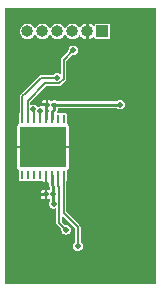
<source format=gbr>
%TF.GenerationSoftware,KiCad,Pcbnew,8.0.1*%
%TF.CreationDate,2024-04-16T09:43:10+08:00*%
%TF.ProjectId,tsa,7473612e-6b69-4636-9164-5f7063625858,rev?*%
%TF.SameCoordinates,Original*%
%TF.FileFunction,Copper,L2,Bot*%
%TF.FilePolarity,Positive*%
%FSLAX46Y46*%
G04 Gerber Fmt 4.6, Leading zero omitted, Abs format (unit mm)*
G04 Created by KiCad (PCBNEW 8.0.1) date 2024-04-16 09:43:10*
%MOMM*%
%LPD*%
G01*
G04 APERTURE LIST*
G04 Aperture macros list*
%AMRoundRect*
0 Rectangle with rounded corners*
0 $1 Rounding radius*
0 $2 $3 $4 $5 $6 $7 $8 $9 X,Y pos of 4 corners*
0 Add a 4 corners polygon primitive as box body*
4,1,4,$2,$3,$4,$5,$6,$7,$8,$9,$2,$3,0*
0 Add four circle primitives for the rounded corners*
1,1,$1+$1,$2,$3*
1,1,$1+$1,$4,$5*
1,1,$1+$1,$6,$7*
1,1,$1+$1,$8,$9*
0 Add four rect primitives between the rounded corners*
20,1,$1+$1,$2,$3,$4,$5,0*
20,1,$1+$1,$4,$5,$6,$7,0*
20,1,$1+$1,$6,$7,$8,$9,0*
20,1,$1+$1,$8,$9,$2,$3,0*%
G04 Aperture macros list end*
%TA.AperFunction,ComponentPad*%
%ADD10R,1.000000X1.000000*%
%TD*%
%TA.AperFunction,ComponentPad*%
%ADD11O,1.000000X1.000000*%
%TD*%
%TA.AperFunction,SMDPad,CuDef*%
%ADD12RoundRect,0.100000X0.130000X0.100000X-0.130000X0.100000X-0.130000X-0.100000X0.130000X-0.100000X0*%
%TD*%
%TA.AperFunction,SMDPad,CuDef*%
%ADD13R,0.250000X0.700000*%
%TD*%
%TA.AperFunction,SMDPad,CuDef*%
%ADD14R,4.000000X3.460000*%
%TD*%
%TA.AperFunction,ViaPad*%
%ADD15C,0.508000*%
%TD*%
%TA.AperFunction,Conductor*%
%ADD16C,0.254000*%
%TD*%
%TA.AperFunction,Conductor*%
%ADD17C,0.152400*%
%TD*%
G04 APERTURE END LIST*
D10*
%TO.P,J1,1,Pin_1*%
%TO.N,+5V*%
X16270000Y9800000D03*
D11*
%TO.P,J1,2,Pin_2*%
%TO.N,GND*%
X15000000Y9800000D03*
%TO.P,J1,3,Pin_3*%
%TO.N,/SPI_CS*%
X13730000Y9800000D03*
%TO.P,J1,4,Pin_4*%
%TO.N,/SPI_MOSI*%
X12460000Y9800000D03*
%TO.P,J1,5,Pin_5*%
%TO.N,/SPI_MISO*%
X11190000Y9800000D03*
%TO.P,J1,6,Pin_6*%
%TO.N,/SPI_SCK*%
X9920000Y9800000D03*
%TD*%
D12*
%TO.P,C1,1*%
%TO.N,+5V*%
X12120000Y-4000000D03*
%TO.P,C1,2*%
%TO.N,GND*%
X11480000Y-4000000D03*
%TD*%
%TO.P,C2,1*%
%TO.N,+5V*%
X12200000Y3600000D03*
%TO.P,C2,2*%
%TO.N,GND*%
X11560000Y3600000D03*
%TD*%
D13*
%TO.P,U1,1,SCL*%
%TO.N,/SCL*%
X12990000Y-2400000D03*
%TO.P,U1,2,SDA*%
%TO.N,/SDA*%
X12490000Y-2400000D03*
%TO.P,U1,3,VPA*%
%TO.N,+5V*%
X11990000Y-2400000D03*
%TO.P,U1,4,VNA*%
%TO.N,GND*%
X11490000Y-2400000D03*
%TO.P,U1,5,PB0*%
%TO.N,unconnected-(U1-PB0-Pad5)*%
X10990000Y-2400000D03*
%TO.P,U1,6,PB1*%
%TO.N,unconnected-(U1-PB1-Pad6)*%
X10490000Y-2400000D03*
%TO.P,U1,7,PB2*%
%TO.N,unconnected-(U1-PB2-Pad7)*%
X9990000Y-2400000D03*
%TO.P,U1,8,PB3*%
%TO.N,unconnected-(U1-PB3-Pad8)*%
X9490000Y-2400000D03*
%TO.P,U1,9,PA3*%
%TO.N,/SPI_MISO_1*%
X9490000Y2400000D03*
%TO.P,U1,10,PA2*%
%TO.N,/SPI_MOSI*%
X9990000Y2400000D03*
%TO.P,U1,11,PA1*%
%TO.N,/SPI_SCK*%
X10490000Y2400000D03*
%TO.P,U1,12,PA0*%
%TO.N,/SPI_CS*%
X10990000Y2400000D03*
%TO.P,U1,13,VND*%
%TO.N,GND*%
X11490000Y2400000D03*
%TO.P,U1,14,VPD*%
%TO.N,+5V*%
X11990000Y2400000D03*
%TO.P,U1,15,MTD*%
%TO.N,unconnected-(U1-MTD-Pad15)*%
X12490000Y2400000D03*
%TO.P,U1,16,MTC*%
%TO.N,unconnected-(U1-MTC-Pad16)*%
X12990000Y2400000D03*
D14*
%TO.P,U1,17,GND*%
%TO.N,GND*%
X11240000Y0D03*
%TD*%
D15*
%TO.N,+5V*%
X17800000Y3600000D03*
X12142800Y-4800000D03*
%TO.N,GND*%
X11870000Y-600000D03*
X20400000Y-8200000D03*
X20400000Y-200000D03*
X11235000Y670000D03*
X12505000Y-600000D03*
X12505000Y670000D03*
X11870000Y670000D03*
X15800000Y-11000000D03*
X10000000Y670000D03*
X12200000Y11200000D03*
X9600000Y11200000D03*
X20400000Y6200000D03*
X14600000Y6000000D03*
X17600000Y11200000D03*
X11235000Y-600000D03*
X10600000Y670000D03*
X11400000Y4400000D03*
X9965000Y-600000D03*
X13200000Y-11000000D03*
X18400000Y-11000000D03*
X14800000Y11200000D03*
X14600000Y7000000D03*
X10200000Y-11000000D03*
X10600000Y-600000D03*
%TO.N,/SPI_MOSI*%
X13800000Y8200000D03*
%TO.N,/SPI_CS*%
X11013696Y3037431D03*
%TO.N,/SPI_SCK*%
X10400000Y3200000D03*
%TO.N,/SPI_MISO_1*%
X12400000Y5857200D03*
%TO.N,/SDA*%
X13200000Y-7000000D03*
%TO.N,/SCL*%
X14200000Y-8400000D03*
%TD*%
D16*
%TO.N,+5V*%
X12120000Y-3320000D02*
X11990000Y-3190000D01*
X11990000Y2990000D02*
X11990000Y2400000D01*
X12120000Y-4000000D02*
X12120000Y-4777200D01*
X12200000Y3600000D02*
X12200000Y3200000D01*
X11990000Y-3190000D02*
X11990000Y-2400000D01*
X12200000Y3200000D02*
X11990000Y2990000D01*
X12120000Y-4777200D02*
X12142800Y-4800000D01*
X12200000Y3600000D02*
X17800000Y3600000D01*
X12120000Y-4000000D02*
X12120000Y-3320000D01*
%TO.N,GND*%
X11521696Y2431696D02*
X11521696Y3561696D01*
X11521696Y3561696D02*
X11560000Y3600000D01*
X11490000Y2400000D02*
X11521696Y2431696D01*
D17*
%TO.N,/SPI_MOSI*%
X12600000Y5400000D02*
X11400000Y5400000D01*
X13800000Y8200000D02*
X13000000Y7400000D01*
X13000000Y5800000D02*
X12600000Y5400000D01*
X9942800Y2447200D02*
X9990000Y2400000D01*
X13000000Y7400000D02*
X13000000Y5800000D01*
X9942800Y3942800D02*
X9942800Y2447200D01*
X11400000Y5400000D02*
X9942800Y3942800D01*
%TO.N,/SPI_CS*%
X10990000Y2400000D02*
X10990000Y3013735D01*
X10990000Y3013735D02*
X11013696Y3037431D01*
%TO.N,/SPI_SCK*%
X10490000Y2400000D02*
X10490000Y3110000D01*
X10490000Y3110000D02*
X10400000Y3200000D01*
%TO.N,/SPI_MISO_1*%
X11057200Y5857200D02*
X12400000Y5857200D01*
X9490000Y2400000D02*
X9490000Y4290000D01*
X9490000Y4290000D02*
X9800000Y4600000D01*
X9800000Y4600000D02*
X11057200Y5857200D01*
%TO.N,/SDA*%
X12600000Y-3400000D02*
X12600000Y-6400000D01*
X12490000Y-3290000D02*
X12600000Y-3400000D01*
X12490000Y-2400000D02*
X12490000Y-3290000D01*
X12600000Y-6400000D02*
X13200000Y-7000000D01*
%TO.N,/SCL*%
X14200000Y-7000000D02*
X14200000Y-8400000D01*
X14200000Y-6800000D02*
X14200000Y-7000000D01*
X12990000Y-5590000D02*
X14200000Y-6800000D01*
X12990000Y-2400000D02*
X12990000Y-5590000D01*
%TD*%
%TA.AperFunction,Conductor*%
%TO.N,GND*%
G36*
X20773138Y11782407D02*
G01*
X20798858Y11737858D01*
X20800000Y11724800D01*
X20800000Y-11524800D01*
X20782407Y-11573138D01*
X20737858Y-11598858D01*
X20724800Y-11600000D01*
X8075200Y-11600000D01*
X8026862Y-11582407D01*
X8001142Y-11537858D01*
X8000000Y-11524800D01*
X8000000Y-4101600D01*
X11046800Y-4101600D01*
X11046800Y-4145267D01*
X11049740Y-4170618D01*
X11095528Y-4274317D01*
X11095530Y-4274320D01*
X11175679Y-4354469D01*
X11175682Y-4354471D01*
X11279381Y-4400259D01*
X11304732Y-4403200D01*
X11378400Y-4403200D01*
X11378400Y-4101600D01*
X11046800Y-4101600D01*
X8000000Y-4101600D01*
X8000000Y-3898400D01*
X11046800Y-3898400D01*
X11378400Y-3898400D01*
X11378400Y-3596800D01*
X11304732Y-3596800D01*
X11279381Y-3599740D01*
X11175682Y-3645528D01*
X11175679Y-3645530D01*
X11095530Y-3725679D01*
X11095528Y-3725682D01*
X11049740Y-3829381D01*
X11046800Y-3854732D01*
X11046800Y-3898400D01*
X8000000Y-3898400D01*
X8000000Y-101600D01*
X9036800Y-101600D01*
X9036800Y-1750014D01*
X9048589Y-1809283D01*
X9048590Y-1809284D01*
X9093501Y-1876498D01*
X9160715Y-1921409D01*
X9167558Y-1924244D01*
X9166769Y-1926146D01*
X9202086Y-1947574D01*
X9218624Y-1996282D01*
X9217197Y-2009318D01*
X9212100Y-2034941D01*
X9212100Y-2765055D01*
X9212101Y-2765057D01*
X9220972Y-2809659D01*
X9254764Y-2860232D01*
X9254765Y-2860232D01*
X9254766Y-2860234D01*
X9305342Y-2894028D01*
X9349943Y-2902900D01*
X9630056Y-2902899D01*
X9674658Y-2894028D01*
X9685564Y-2886740D01*
X9698221Y-2878284D01*
X9748186Y-2866057D01*
X9781779Y-2878284D01*
X9805338Y-2894026D01*
X9805340Y-2894027D01*
X9805342Y-2894028D01*
X9849943Y-2902900D01*
X10130056Y-2902899D01*
X10174658Y-2894028D01*
X10185564Y-2886740D01*
X10198221Y-2878284D01*
X10248186Y-2866057D01*
X10281779Y-2878284D01*
X10305338Y-2894026D01*
X10305340Y-2894027D01*
X10305342Y-2894028D01*
X10349943Y-2902900D01*
X10630056Y-2902899D01*
X10674658Y-2894028D01*
X10685564Y-2886740D01*
X10698221Y-2878284D01*
X10748186Y-2866057D01*
X10781779Y-2878284D01*
X10805338Y-2894026D01*
X10805340Y-2894027D01*
X10805342Y-2894028D01*
X10849943Y-2902900D01*
X11130056Y-2902899D01*
X11174658Y-2894028D01*
X11174658Y-2894027D01*
X11175043Y-2893951D01*
X11225884Y-2901776D01*
X11231492Y-2905179D01*
X11285715Y-2941409D01*
X11285716Y-2941410D01*
X11344985Y-2953200D01*
X11388400Y-2953200D01*
X11388400Y-2373600D01*
X11405993Y-2325262D01*
X11450542Y-2299542D01*
X11463600Y-2298400D01*
X11516400Y-2298400D01*
X11564738Y-2315993D01*
X11590458Y-2360542D01*
X11591600Y-2373600D01*
X11591600Y-2953200D01*
X11634900Y-2953200D01*
X11683238Y-2970793D01*
X11708958Y-3015342D01*
X11710100Y-3028400D01*
X11710100Y-3153150D01*
X11710100Y-3226850D01*
X11712794Y-3236904D01*
X11729175Y-3298038D01*
X11758236Y-3348373D01*
X11766024Y-3361862D01*
X11818074Y-3413912D01*
X11839814Y-3460531D01*
X11840100Y-3467086D01*
X11840100Y-3554749D01*
X11822507Y-3603087D01*
X11777958Y-3628807D01*
X11734526Y-3623542D01*
X11680620Y-3599741D01*
X11655268Y-3596800D01*
X11581600Y-3596800D01*
X11581600Y-4403200D01*
X11655268Y-4403200D01*
X11680620Y-4400258D01*
X11680622Y-4400258D01*
X11734525Y-4376458D01*
X11785850Y-4373027D01*
X11827373Y-4403391D01*
X11840100Y-4445250D01*
X11840100Y-4496108D01*
X11822507Y-4544446D01*
X11818074Y-4549282D01*
X11809508Y-4557847D01*
X11750991Y-4672692D01*
X11730828Y-4799999D01*
X11730828Y-4800000D01*
X11750991Y-4927307D01*
X11809508Y-5042152D01*
X11900647Y-5133291D01*
X11900649Y-5133292D01*
X12015492Y-5191808D01*
X12015494Y-5191809D01*
X12113287Y-5207297D01*
X12142799Y-5211972D01*
X12142800Y-5211972D01*
X12142801Y-5211972D01*
X12174626Y-5206931D01*
X12270106Y-5191809D01*
X12270111Y-5191806D01*
X12272458Y-5191044D01*
X12274487Y-5191114D01*
X12275951Y-5190883D01*
X12275996Y-5191167D01*
X12323866Y-5192836D01*
X12362096Y-5227254D01*
X12370900Y-5262562D01*
X12370900Y-6445570D01*
X12405777Y-6529774D01*
X12405778Y-6529775D01*
X12772962Y-6896959D01*
X12794702Y-6943579D01*
X12794062Y-6961895D01*
X12788028Y-6999996D01*
X12788028Y-7000000D01*
X12808191Y-7127307D01*
X12866708Y-7242152D01*
X12957847Y-7333291D01*
X12957849Y-7333292D01*
X13072692Y-7391808D01*
X13072694Y-7391809D01*
X13170487Y-7407297D01*
X13199999Y-7411972D01*
X13200000Y-7411972D01*
X13200001Y-7411972D01*
X13220164Y-7408778D01*
X13327306Y-7391809D01*
X13442151Y-7333292D01*
X13533292Y-7242151D01*
X13591809Y-7127306D01*
X13611972Y-7000000D01*
X13611971Y-6999996D01*
X13603036Y-6943579D01*
X13591809Y-6872694D01*
X13533292Y-6757849D01*
X13533291Y-6757847D01*
X13442152Y-6666708D01*
X13327306Y-6608191D01*
X13327308Y-6608191D01*
X13200001Y-6588028D01*
X13199997Y-6588028D01*
X13161895Y-6594062D01*
X13111401Y-6584246D01*
X13096959Y-6572962D01*
X12851126Y-6327129D01*
X12829386Y-6280509D01*
X12829100Y-6273955D01*
X12829100Y-5934644D01*
X12846693Y-5886306D01*
X12891242Y-5860586D01*
X12941900Y-5869519D01*
X12957474Y-5881470D01*
X13948874Y-6872870D01*
X13970614Y-6919490D01*
X13970900Y-6926044D01*
X13970900Y-8022508D01*
X13953307Y-8070846D01*
X13948874Y-8075682D01*
X13866708Y-8157847D01*
X13808191Y-8272692D01*
X13788028Y-8399999D01*
X13788028Y-8400000D01*
X13808191Y-8527307D01*
X13866708Y-8642152D01*
X13957847Y-8733291D01*
X13957849Y-8733292D01*
X14072692Y-8791808D01*
X14072694Y-8791809D01*
X14170487Y-8807297D01*
X14199999Y-8811972D01*
X14200000Y-8811972D01*
X14200001Y-8811972D01*
X14220164Y-8808778D01*
X14327306Y-8791809D01*
X14442151Y-8733292D01*
X14533292Y-8642151D01*
X14591809Y-8527306D01*
X14611972Y-8400000D01*
X14591809Y-8272694D01*
X14533292Y-8157849D01*
X14533291Y-8157847D01*
X14451126Y-8075682D01*
X14429386Y-8029062D01*
X14429100Y-8022508D01*
X14429100Y-6754430D01*
X14429100Y-6754429D01*
X14394221Y-6670225D01*
X14329775Y-6605779D01*
X13241126Y-5517129D01*
X13219386Y-5470509D01*
X13219100Y-5463955D01*
X13219100Y-2892225D01*
X13231773Y-2850447D01*
X13259028Y-2809658D01*
X13267900Y-2765057D01*
X13267899Y-2034944D01*
X13262802Y-2009317D01*
X13270628Y-1958476D01*
X13309303Y-1924560D01*
X13317321Y-1922222D01*
X13319284Y-1921409D01*
X13386498Y-1876498D01*
X13431409Y-1809284D01*
X13431410Y-1809283D01*
X13443200Y-1750014D01*
X13443200Y-101600D01*
X9036800Y-101600D01*
X8000000Y-101600D01*
X8000000Y101600D01*
X9036800Y101600D01*
X13443200Y101600D01*
X13443200Y1750014D01*
X13431410Y1809283D01*
X13431409Y1809284D01*
X13386498Y1876498D01*
X13319284Y1921409D01*
X13312442Y1924244D01*
X13313229Y1926146D01*
X13277915Y1947571D01*
X13261375Y1996279D01*
X13262803Y2009321D01*
X13267899Y2034939D01*
X13267900Y2034943D01*
X13267899Y2765056D01*
X13259028Y2809658D01*
X13225234Y2860234D01*
X13174658Y2894028D01*
X13130057Y2902900D01*
X12849944Y2902899D01*
X12805342Y2894028D01*
X12805340Y2894027D01*
X12781777Y2878283D01*
X12731812Y2866057D01*
X12698222Y2878283D01*
X12674658Y2894028D01*
X12630057Y2902900D01*
X12480284Y2902899D01*
X12431949Y2920492D01*
X12406229Y2965040D01*
X12415161Y3015699D01*
X12421434Y3023874D01*
X12420975Y3024227D01*
X12423972Y3028134D01*
X12423976Y3028138D01*
X12460825Y3091963D01*
X12479900Y3163150D01*
X12479900Y3236850D01*
X12479900Y3244900D01*
X12497493Y3293238D01*
X12542042Y3318958D01*
X12555100Y3320100D01*
X17473309Y3320100D01*
X17521647Y3302507D01*
X17526472Y3298084D01*
X17542166Y3282390D01*
X17557849Y3266707D01*
X17672693Y3208191D01*
X17672691Y3208191D01*
X17799999Y3188028D01*
X17800000Y3188028D01*
X17800001Y3188028D01*
X17927307Y3208191D01*
X18042152Y3266708D01*
X18133291Y3357847D01*
X18191808Y3472692D01*
X18191809Y3472694D01*
X18211972Y3600000D01*
X18191809Y3727306D01*
X18133292Y3842151D01*
X18042151Y3933292D01*
X17927306Y3991809D01*
X17823958Y4008177D01*
X17800001Y4011972D01*
X17799999Y4011972D01*
X17776041Y4008177D01*
X17672694Y3991809D01*
X17672692Y3991808D01*
X17596330Y3952899D01*
X17557849Y3933292D01*
X17526482Y3901925D01*
X17479864Y3880186D01*
X17473309Y3879900D01*
X12538782Y3879900D01*
X12497003Y3892573D01*
X12483005Y3901926D01*
X12428677Y3938227D01*
X12354911Y3952900D01*
X12045090Y3952899D01*
X12045088Y3952899D01*
X12045087Y3952898D01*
X11971323Y3938227D01*
X11971321Y3938226D01*
X11971320Y3938226D01*
X11968230Y3936161D01*
X11918265Y3923933D01*
X11873272Y3945515D01*
X11864316Y3954472D01*
X11760618Y4000259D01*
X11735268Y4003200D01*
X11661600Y4003200D01*
X11661600Y3196799D01*
X11663866Y3194532D01*
X11705974Y3179207D01*
X11731694Y3134658D01*
X11730274Y3102136D01*
X11729176Y3098039D01*
X11729175Y3098037D01*
X11710100Y3026850D01*
X11710098Y3026841D01*
X11709456Y3021962D01*
X11707834Y3022175D01*
X11692507Y2980062D01*
X11647958Y2954342D01*
X11634900Y2953200D01*
X11591600Y2953200D01*
X11591600Y2373600D01*
X11574007Y2325262D01*
X11529458Y2299542D01*
X11516400Y2298400D01*
X11463600Y2298400D01*
X11415262Y2315993D01*
X11389542Y2360542D01*
X11388400Y2373600D01*
X11388400Y2858499D01*
X11396595Y2892637D01*
X11405503Y2910121D01*
X11405505Y2910125D01*
X11425668Y3037431D01*
X11414200Y3109836D01*
X11424015Y3160331D01*
X11438825Y3172323D01*
X11436375Y3174774D01*
X11458400Y3196799D01*
X11458400Y3498400D01*
X11126799Y3498400D01*
X11114706Y3486307D01*
X11109207Y3471198D01*
X11064658Y3445478D01*
X11039841Y3445262D01*
X11013696Y3449403D01*
X10886390Y3429240D01*
X10886388Y3429239D01*
X10886387Y3429239D01*
X10886386Y3429239D01*
X10837073Y3404112D01*
X10786016Y3397842D01*
X10742875Y3425858D01*
X10735929Y3436974D01*
X10733292Y3442151D01*
X10642151Y3533292D01*
X10527306Y3591809D01*
X10423958Y3608177D01*
X10400001Y3611972D01*
X10399999Y3611972D01*
X10357564Y3605251D01*
X10272694Y3591809D01*
X10272690Y3591807D01*
X10270342Y3591044D01*
X10268312Y3591114D01*
X10266849Y3590883D01*
X10266803Y3591167D01*
X10218934Y3592836D01*
X10180704Y3627254D01*
X10171900Y3662562D01*
X10171900Y3701600D01*
X11126800Y3701600D01*
X11458400Y3701600D01*
X11458400Y4003200D01*
X11384732Y4003200D01*
X11359381Y4000259D01*
X11255682Y3954471D01*
X11255679Y3954469D01*
X11175530Y3874320D01*
X11175528Y3874317D01*
X11129740Y3770618D01*
X11126800Y3745267D01*
X11126800Y3701600D01*
X10171900Y3701600D01*
X10171900Y3816755D01*
X10189493Y3865093D01*
X10193926Y3869929D01*
X11472871Y5148874D01*
X11519491Y5170614D01*
X11526045Y5170900D01*
X12645573Y5170900D01*
X12670232Y5181114D01*
X12670233Y5181115D01*
X12729775Y5205778D01*
X12729777Y5205779D01*
X13194219Y5670222D01*
X13194219Y5670223D01*
X13194221Y5670225D01*
X13217914Y5727425D01*
X13229100Y5754429D01*
X13229100Y7273955D01*
X13246693Y7322293D01*
X13251126Y7327129D01*
X13696958Y7772962D01*
X13743578Y7794702D01*
X13761894Y7794062D01*
X13799997Y7788028D01*
X13800000Y7788028D01*
X13800001Y7788028D01*
X13927307Y7808191D01*
X14042152Y7866708D01*
X14133291Y7957847D01*
X14191808Y8072692D01*
X14191809Y8072694D01*
X14208177Y8176041D01*
X14211972Y8199999D01*
X14211972Y8200000D01*
X14193665Y8315585D01*
X14191809Y8327306D01*
X14133292Y8442151D01*
X14042151Y8533292D01*
X13927306Y8591809D01*
X13823958Y8608177D01*
X13800001Y8611972D01*
X13799999Y8611972D01*
X13776041Y8608177D01*
X13672694Y8591809D01*
X13672692Y8591808D01*
X13557847Y8533291D01*
X13466708Y8442152D01*
X13408191Y8327307D01*
X13388028Y8200000D01*
X13388028Y8199996D01*
X13394062Y8161894D01*
X13384246Y8111400D01*
X13372965Y8096961D01*
X12805778Y7529775D01*
X12781115Y7470233D01*
X12781115Y7470232D01*
X12781114Y7470232D01*
X12770900Y7445573D01*
X12770900Y6243292D01*
X12753307Y6194954D01*
X12708758Y6169234D01*
X12658100Y6178167D01*
X12642526Y6190118D01*
X12642152Y6190491D01*
X12642151Y6190492D01*
X12527306Y6249009D01*
X12423958Y6265377D01*
X12400001Y6269172D01*
X12399999Y6269172D01*
X12376041Y6265377D01*
X12272694Y6249009D01*
X12272692Y6249008D01*
X12157847Y6190491D01*
X12075682Y6108326D01*
X12029062Y6086586D01*
X12022508Y6086300D01*
X11011628Y6086300D01*
X11002092Y6082349D01*
X10986966Y6076084D01*
X10927423Y6051421D01*
X9670225Y4794222D01*
X9295778Y4419776D01*
X9275534Y4370901D01*
X9260900Y4335571D01*
X9260900Y2892225D01*
X9248226Y2850447D01*
X9240000Y2838135D01*
X9220972Y2809658D01*
X9220971Y2809656D01*
X9212100Y2765057D01*
X9212100Y2034944D01*
X9217198Y2009314D01*
X9209370Y1958474D01*
X9170694Y1924559D01*
X9162680Y1922223D01*
X9160715Y1921409D01*
X9093501Y1876498D01*
X9048590Y1809284D01*
X9048589Y1809283D01*
X9036800Y1750014D01*
X9036800Y101600D01*
X8000000Y101600D01*
X8000000Y9800000D01*
X9262305Y9800000D01*
X9281416Y9642600D01*
X9337637Y9494358D01*
X9337640Y9494353D01*
X9427707Y9363868D01*
X9427716Y9363859D01*
X9546383Y9258730D01*
X9546386Y9258728D01*
X9686777Y9185044D01*
X9738093Y9172396D01*
X9840724Y9147100D01*
X9840726Y9147100D01*
X9999274Y9147100D01*
X9999276Y9147100D01*
X10153222Y9185044D01*
X10293613Y9258728D01*
X10293616Y9258730D01*
X10412283Y9363859D01*
X10412292Y9363868D01*
X10488208Y9473852D01*
X10493112Y9480956D01*
X10535050Y9510742D01*
X10586323Y9506603D01*
X10616888Y9480956D01*
X10697707Y9363868D01*
X10697716Y9363859D01*
X10816383Y9258730D01*
X10816386Y9258728D01*
X10956777Y9185044D01*
X11008093Y9172396D01*
X11110724Y9147100D01*
X11110726Y9147100D01*
X11269274Y9147100D01*
X11269276Y9147100D01*
X11423222Y9185044D01*
X11563613Y9258728D01*
X11563616Y9258730D01*
X11682283Y9363859D01*
X11682292Y9363868D01*
X11758208Y9473852D01*
X11763112Y9480956D01*
X11805050Y9510742D01*
X11856323Y9506603D01*
X11886888Y9480956D01*
X11967707Y9363868D01*
X11967716Y9363859D01*
X12086383Y9258730D01*
X12086386Y9258728D01*
X12226777Y9185044D01*
X12278093Y9172396D01*
X12380724Y9147100D01*
X12380726Y9147100D01*
X12539274Y9147100D01*
X12539276Y9147100D01*
X12693222Y9185044D01*
X12833613Y9258728D01*
X12833616Y9258730D01*
X12952283Y9363859D01*
X12952292Y9363868D01*
X13028208Y9473852D01*
X13033112Y9480956D01*
X13075050Y9510742D01*
X13126323Y9506603D01*
X13156888Y9480956D01*
X13237707Y9363868D01*
X13237716Y9363859D01*
X13356383Y9258730D01*
X13356386Y9258728D01*
X13496777Y9185044D01*
X13548093Y9172396D01*
X13650724Y9147100D01*
X13650726Y9147100D01*
X13809274Y9147100D01*
X13809276Y9147100D01*
X13963222Y9185044D01*
X14103613Y9258728D01*
X14103616Y9258730D01*
X14222283Y9363859D01*
X14222286Y9363863D01*
X14222292Y9363868D01*
X14272552Y9436682D01*
X14314488Y9466468D01*
X14365761Y9462329D01*
X14396327Y9436682D01*
X14469780Y9330268D01*
X14469789Y9330258D01*
X14597599Y9217029D01*
X14597605Y9217025D01*
X14748806Y9137668D01*
X14898399Y9100796D01*
X14898400Y9100797D01*
X14898400Y9464877D01*
X14953922Y9450000D01*
X15046078Y9450000D01*
X15101600Y9464877D01*
X15101600Y9100796D01*
X15251193Y9137668D01*
X15402394Y9217025D01*
X15402396Y9217026D01*
X15498356Y9302039D01*
X15546204Y9320924D01*
X15594997Y9304634D01*
X15621903Y9260793D01*
X15621978Y9260422D01*
X15625972Y9240340D01*
X15659764Y9189767D01*
X15710342Y9155972D01*
X15710343Y9155971D01*
X15754942Y9147100D01*
X15754943Y9147100D01*
X16785055Y9147100D01*
X16785057Y9147101D01*
X16829659Y9155972D01*
X16880232Y9189764D01*
X16880232Y9189765D01*
X16880234Y9189766D01*
X16914028Y9240342D01*
X16922900Y9284943D01*
X16922899Y10315056D01*
X16914028Y10359658D01*
X16880234Y10410234D01*
X16829658Y10444028D01*
X16785057Y10452900D01*
X15754944Y10452899D01*
X15710342Y10444028D01*
X15710340Y10444027D01*
X15666831Y10414955D01*
X15659766Y10410234D01*
X15625972Y10359658D01*
X15625972Y10359657D01*
X15625972Y10359656D01*
X15621977Y10339576D01*
X15595290Y10295600D01*
X15546579Y10279067D01*
X15498637Y10297712D01*
X15498355Y10297961D01*
X15402395Y10382973D01*
X15402394Y10382974D01*
X15251193Y10462331D01*
X15251192Y10462332D01*
X15101600Y10499202D01*
X15101600Y10135122D01*
X15046078Y10150000D01*
X14953922Y10150000D01*
X14898400Y10135122D01*
X14898400Y10499202D01*
X14748807Y10462332D01*
X14748806Y10462331D01*
X14597605Y10382974D01*
X14597599Y10382970D01*
X14469789Y10269741D01*
X14469777Y10269728D01*
X14396328Y10163318D01*
X14354390Y10133531D01*
X14303117Y10137670D01*
X14272552Y10163318D01*
X14222295Y10236127D01*
X14222292Y10236132D01*
X14103613Y10341272D01*
X13963222Y10414956D01*
X13809276Y10452900D01*
X13650724Y10452900D01*
X13496778Y10414956D01*
X13356387Y10341272D01*
X13356386Y10341271D01*
X13356383Y10341269D01*
X13237716Y10236140D01*
X13237711Y10236134D01*
X13237708Y10236132D01*
X13237706Y10236129D01*
X13237704Y10236127D01*
X13156888Y10119044D01*
X13114950Y10089257D01*
X13063677Y10093396D01*
X13033112Y10119044D01*
X13020255Y10137670D01*
X12952292Y10236132D01*
X12833613Y10341272D01*
X12693222Y10414956D01*
X12539276Y10452900D01*
X12380724Y10452900D01*
X12226778Y10414956D01*
X12086387Y10341272D01*
X12086386Y10341271D01*
X12086383Y10341269D01*
X11967716Y10236140D01*
X11967711Y10236134D01*
X11967708Y10236132D01*
X11967706Y10236129D01*
X11967704Y10236127D01*
X11886888Y10119044D01*
X11844950Y10089257D01*
X11793677Y10093396D01*
X11763112Y10119044D01*
X11750255Y10137670D01*
X11682292Y10236132D01*
X11563613Y10341272D01*
X11423222Y10414956D01*
X11269276Y10452900D01*
X11110724Y10452900D01*
X10956778Y10414956D01*
X10816387Y10341272D01*
X10816386Y10341271D01*
X10816383Y10341269D01*
X10697716Y10236140D01*
X10697711Y10236134D01*
X10697708Y10236132D01*
X10697706Y10236129D01*
X10697704Y10236127D01*
X10616888Y10119044D01*
X10574950Y10089257D01*
X10523677Y10093396D01*
X10493112Y10119044D01*
X10480255Y10137670D01*
X10412292Y10236132D01*
X10293613Y10341272D01*
X10153222Y10414956D01*
X9999276Y10452900D01*
X9840724Y10452900D01*
X9686778Y10414956D01*
X9546387Y10341272D01*
X9546386Y10341271D01*
X9546383Y10341269D01*
X9427716Y10236140D01*
X9427707Y10236131D01*
X9337640Y10105646D01*
X9337637Y10105641D01*
X9281416Y9957399D01*
X9262305Y9800000D01*
X8000000Y9800000D01*
X8000000Y11724800D01*
X8017593Y11773138D01*
X8062142Y11798858D01*
X8075200Y11800000D01*
X20724800Y11800000D01*
X20773138Y11782407D01*
G37*
%TD.AperFunction*%
%TD*%
M02*

</source>
